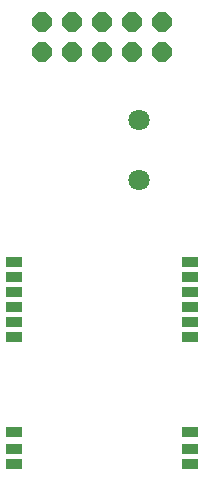
<source format=gts>
G75*
%MOIN*%
%OFA0B0*%
%FSLAX25Y25*%
%IPPOS*%
%LPD*%
%AMOC8*
5,1,8,0,0,1.08239X$1,22.5*
%
%ADD10R,0.05800X0.03300*%
%ADD11OC8,0.06400*%
%ADD12C,0.07099*%
D10*
X0009819Y0009583D03*
X0009819Y0014583D03*
X0009819Y0019976D03*
X0009819Y0051787D03*
X0009819Y0056787D03*
X0009819Y0061787D03*
X0009819Y0066787D03*
X0009819Y0071787D03*
X0009819Y0076787D03*
X0068756Y0076787D03*
X0068756Y0071787D03*
X0068756Y0066787D03*
X0068756Y0061787D03*
X0068756Y0056787D03*
X0068756Y0051787D03*
X0068756Y0019976D03*
X0068756Y0014583D03*
X0068756Y0009583D03*
D11*
X0059287Y0146787D03*
X0059287Y0156787D03*
X0049287Y0156787D03*
X0049287Y0146787D03*
X0039287Y0146787D03*
X0039287Y0156787D03*
X0029287Y0156787D03*
X0029287Y0146787D03*
X0019287Y0146787D03*
X0019287Y0156787D03*
D12*
X0051787Y0124287D03*
X0051787Y0104287D03*
M02*

</source>
